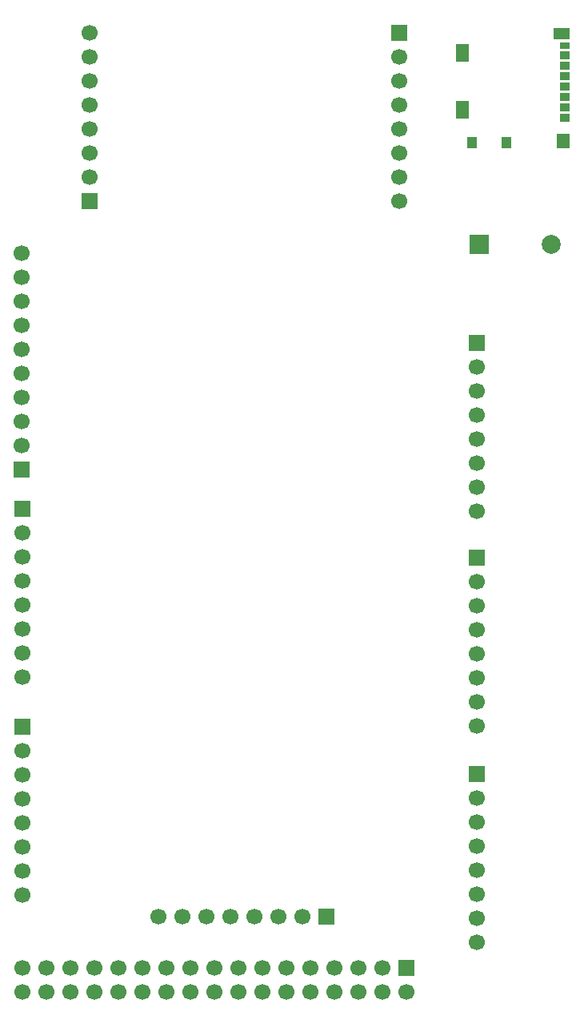
<source format=gbr>
%TF.GenerationSoftware,KiCad,Pcbnew,9.0.4-1.fc42*%
%TF.CreationDate,2025-09-21T19:32:59-04:00*%
%TF.ProjectId,TacosDevBoard,5461636f-7344-4657-9642-6f6172642e6b,1.0*%
%TF.SameCoordinates,Original*%
%TF.FileFunction,Soldermask,Bot*%
%TF.FilePolarity,Negative*%
%FSLAX46Y46*%
G04 Gerber Fmt 4.6, Leading zero omitted, Abs format (unit mm)*
G04 Created by KiCad (PCBNEW 9.0.4-1.fc42) date 2025-09-21 19:32:59*
%MOMM*%
%LPD*%
G01*
G04 APERTURE LIST*
%ADD10R,1.700000X1.700000*%
%ADD11C,1.700000*%
%ADD12R,2.000000X2.000000*%
%ADD13C,2.000000*%
%ADD14R,1.100000X0.850000*%
%ADD15R,1.100000X0.750000*%
%ADD16R,1.000000X1.200000*%
%ADD17R,1.350000X1.550000*%
%ADD18R,1.350000X1.900000*%
%ADD19R,1.800000X1.170000*%
G04 APERTURE END LIST*
D10*
%TO.C,J4*%
X113030000Y-111429800D03*
D11*
X113030000Y-113969800D03*
X113030000Y-116509800D03*
X113030000Y-119049800D03*
X113030000Y-121589800D03*
X113030000Y-124129800D03*
X113030000Y-126669800D03*
X113030000Y-129209800D03*
%TD*%
D10*
%TO.C,J1*%
X161137600Y-116433600D03*
D11*
X161137600Y-118973600D03*
X161137600Y-121513600D03*
X161137600Y-124053600D03*
X161137600Y-126593600D03*
X161137600Y-129133600D03*
X161137600Y-131673600D03*
X161137600Y-134213600D03*
%TD*%
D12*
%TO.C,BZ*%
X161400000Y-60500000D03*
D13*
X169000000Y-60500000D03*
%TD*%
D10*
%TO.C,J3*%
X161112200Y-70916800D03*
D11*
X161112200Y-73456800D03*
X161112200Y-75996800D03*
X161112200Y-78536800D03*
X161112200Y-81076800D03*
X161112200Y-83616800D03*
X161112200Y-86156800D03*
X161112200Y-88696800D03*
%TD*%
D10*
%TO.C,J5*%
X113030000Y-88468200D03*
D11*
X113030000Y-91008200D03*
X113030000Y-93548200D03*
X113030000Y-96088200D03*
X113030000Y-98628200D03*
X113030000Y-101168200D03*
X113030000Y-103708200D03*
X113030000Y-106248200D03*
%TD*%
D10*
%TO.C,J2*%
X161112200Y-93599000D03*
D11*
X161112200Y-96139000D03*
X161112200Y-98679000D03*
X161112200Y-101219000D03*
X161112200Y-103759000D03*
X161112200Y-106299000D03*
X161112200Y-108839000D03*
X161112200Y-111379000D03*
%TD*%
D10*
%TO.C,J8*%
X153670000Y-136906000D03*
D11*
X153670000Y-139446000D03*
X151130000Y-136906000D03*
X151130000Y-139446000D03*
X148590000Y-136906000D03*
X148590000Y-139446000D03*
X146050000Y-136906000D03*
X146050000Y-139446000D03*
X143510000Y-136906000D03*
X143510000Y-139446000D03*
X140970000Y-136906000D03*
X140970000Y-139446000D03*
X138430000Y-136906000D03*
X138430000Y-139446000D03*
X135890000Y-136906000D03*
X135890000Y-139446000D03*
X133350000Y-136906000D03*
X133350000Y-139446000D03*
X130810000Y-136906000D03*
X130810000Y-139446000D03*
X128270000Y-136906000D03*
X128270000Y-139446000D03*
X125730000Y-136906000D03*
X125730000Y-139446000D03*
X123190000Y-136906000D03*
X123190000Y-139446000D03*
X120650000Y-136906000D03*
X120650000Y-139446000D03*
X118110000Y-136906000D03*
X118110000Y-139446000D03*
X115570000Y-136906000D03*
X115570000Y-139446000D03*
X113030000Y-136906000D03*
X113030000Y-139446000D03*
%TD*%
D10*
%TO.C,J9*%
X113004600Y-84302600D03*
D11*
X113004600Y-81762600D03*
X113004600Y-79222600D03*
X113004600Y-76682600D03*
X113004600Y-74142600D03*
X113004600Y-71602600D03*
X113004600Y-69062600D03*
X113004600Y-66522600D03*
X113004600Y-63982600D03*
X113004600Y-61442600D03*
%TD*%
D14*
%TO.C,J6*%
X170450000Y-47105000D03*
X170450000Y-46005000D03*
X170450000Y-44905000D03*
X170450000Y-43805000D03*
X170450000Y-42705000D03*
X170450000Y-41605000D03*
X170450000Y-40505000D03*
D15*
X170450000Y-39455000D03*
D16*
X164300000Y-49740000D03*
X160600000Y-49740000D03*
D17*
X170325000Y-49565000D03*
D18*
X159625000Y-46240000D03*
X159625000Y-40270000D03*
D19*
X170100000Y-38245000D03*
%TD*%
D10*
%TO.C,PWM*%
X120142000Y-55880000D03*
D11*
X120142000Y-53340000D03*
X120142000Y-50800000D03*
X120142000Y-48260000D03*
X120142000Y-45720000D03*
X120142000Y-43180000D03*
X120142000Y-40640000D03*
X120142000Y-38100000D03*
%TD*%
D10*
%TO.C,COMM*%
X152908000Y-38100000D03*
D11*
X152908000Y-40640000D03*
X152908000Y-43180000D03*
X152908000Y-45720000D03*
X152908000Y-48260000D03*
X152908000Y-50800000D03*
X152908000Y-53340000D03*
X152908000Y-55880000D03*
%TD*%
D10*
%TO.C,SELECT*%
X145262600Y-131495800D03*
D11*
X142722600Y-131495800D03*
X140182600Y-131495800D03*
X137642600Y-131495800D03*
X135102600Y-131495800D03*
X132562600Y-131495800D03*
X130022600Y-131495800D03*
X127482600Y-131495800D03*
%TD*%
M02*

</source>
